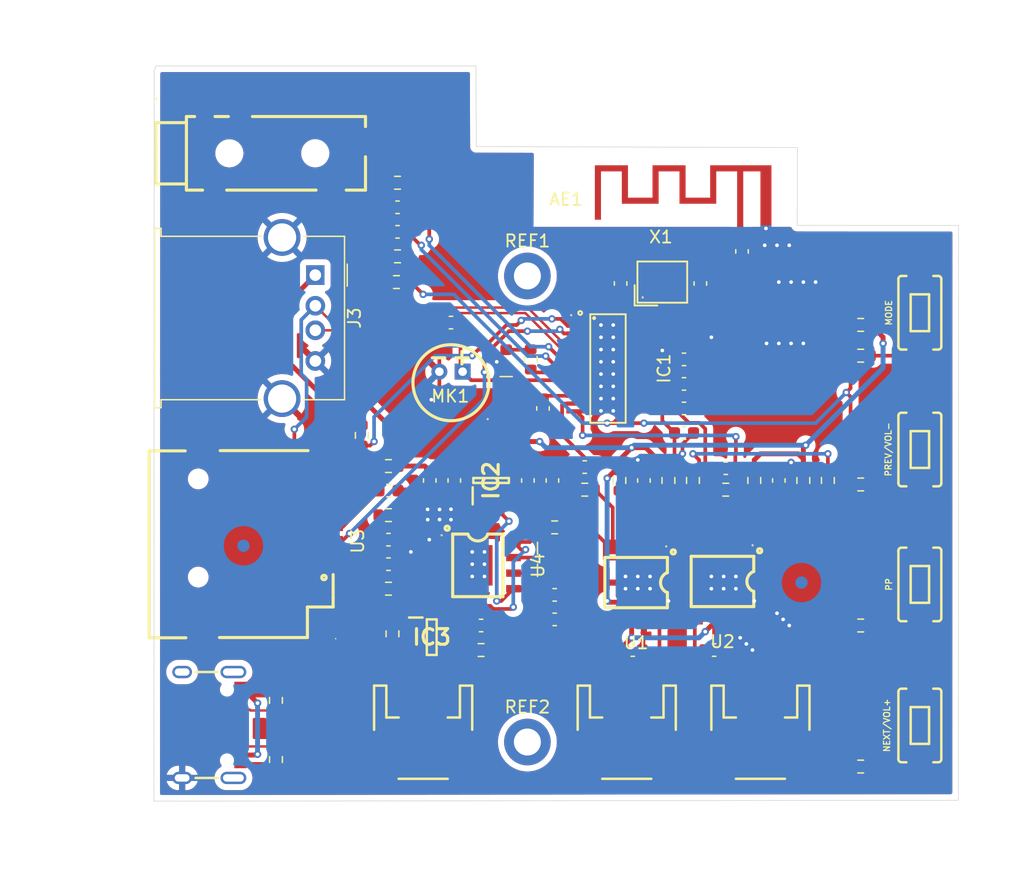
<source format=kicad_pcb>
(kicad_pcb (version 20241229) (generator "pcbnew") (generator_version "9.0")
  (layers (0 "F.Cu" signal) (2 "B.Cu" signal) (13 "F.Paste" user) (15 "B.Paste" user) (5 "F.SilkS" user "F.Silkscreen") (7 "B.SilkS" user "B.Silkscreen") (1 "F.Mask" user) (3 "B.Mask" user) (25 "Edge.Cuts" user))
  (net 0 "")
  (net 1 "Net-(IC1-VCOM)")
  (net 2 "GND")
  (net 3 "/MUTE")
  (net 4 "/BAT+")
  (net 5 "/+3.3V")
  (net 6 "Net-(IC1-BT_AVDD)")
  (net 7 "Net-(AE1-A)")
  (net 8 "Net-(IC1-BT_RF)")
  (net 9 "Net-(U3-VDD)")
  (net 10 "/MIC")
  (net 11 "/AUXR")
  (net 12 "Net-(C9-Pad2)")
  (net 13 "/AUXL")
  (net 14 "Net-(C10-Pad2)")
  (net 15 "/BT_OSCO")
  (net 16 "/BT_OSCI")
  (net 17 "Net-(U1-BYPASS)")
  (net 18 "/DACL")
  (net 19 "Net-(C15-Pad2)")
  (net 20 "/DACR")
  (net 21 "Net-(C16-Pad2)")
  (net 22 "Net-(U2-BYPASS)")
  (net 23 "/BAT-")
  (net 24 "Net-(IC3-VDD)")
  (net 25 "Net-(U4-CE)")
  (net 26 "Net-(D1-A)")
  (net 27 "Net-(D2-A)")
  (net 28 "/LED2")
  (net 29 "/LED3")
  (net 30 "/CMD")
  (net 31 "/RXD")
  (net 33 "/ADKEY")
  (net 34 "/TXD")
  (net 35 "/LED")
  (net 36 "/CLK")
  (net 38 "Net-(IC3-V-)")
  (net 44 "/VBUS")
  (net 45 "Net-(J6-CC2)")
  (net 55 "Net-(J6-CC1)")
  (net 58 "Net-(R3-Pad1)")
  (net 59 "Net-(R4-Pad1)")
  (net 60 "Net-(R5-Pad1)")
  (net 61 "Net-(R6-Pad1)")
  (net 62 "/AUX_DET")
  (net 63 "Net-(U3-CD)")
  (net 64 "Net-(R10-Pad2)")
  (net 65 "Net-(R11-Pad2)")
  (net 66 "Net-(U1-SD)")
  (net 67 "Net-(U1-MODE)")
  (net 68 "/LIN")
  (net 69 "/RIN")
  (net 70 "Net-(U2-SD)")
  (net 71 "Net-(U2-MODE)")
  (net 72 "Net-(U4-PROG)")
  (net 76 "/SP1(+)")
  (net 77 "/SP1(-)")
  (net 78 "/SPK2(-)")
  (net 79 "/SPK2(+)")
  (net 80 "/USB+")
  (net 81 "/USB-")
  (footprint "PCM_SparkFun-Capacitor:C_0603_1608Metric" (layer "F.Cu") (at 155.420715 85.802519)
    (property "Reference" "C2")
    (property "Value" "222")
  )
  (footprint "Fiducial:Fiducial_1mm_Mask3mm" (layer "F.Cu") (at 169.5 72)
    (property "Reference" "REF1")
    (property "Value" "Fiducial_1mm_Mask3mm")
  )
  (footprint "PCM_SparkFun-Resistor:R_0603_1608Metric" (layer "F.Cu") (at 169.825 101.5 180)
    (property "Reference" "R5")
    (property "Value" "15K")
  )
  (footprint "PCM_SparkFun-Resistor:R_0603_1608Metric" (layer "F.Cu") (at 132.061474 65.400051)
    (property "Reference" "R10")
    (property "Value" "10R")
  )
  (footprint "PCM_SparkFun-Resistor:R_0603_1608Metric" (layer "F.Cu") (at 169.825 79.5 180)
    (property "Reference" "R3")
    (property "Value" "0R")
  )
  (footprint "PCM_SparkFun-Capacitor:C_0603_1608Metric" (layer "F.Cu") (at 155.420715 79.802519)
    (property "Reference" "C5")
    (property "Value" "105")
  )
  (footprint "PCM_SparkFun-Resistor:R_0603_1608Metric" (layer "F.Cu") (at 156.15 89.675 -90)
    (property "Reference" "R13")
    (property "Value" "1K")
  )
  (footprint "PCM_SparkFun-Capacitor:C_0603_1608Metric" (layer "F.Cu") (at 152.15 89.675 -90)
    (property "Reference" "C13")
    (property "Value" "105")
  )
  (footprint "PCM_SparkFun-Resistor:R_0603_1608Metric" (layer "F.Cu") (at 154.15 89.675 -90)
    (property "Reference" "R12")
    (property "Value" "100K")
  )
  (footprint "PCM_SparkFun-Capacitor:C_0603_1608Metric" (layer "F.Cu") (at 131.325 94.5 180)
    (property "Reference" "C27")
    (property "Value" "100nF")
  )
  (footprint "PCM_SparkFun-Capacitor:C_0603_1608Metric" (layer "F.Cu") (at 144.875 101)
    (property "Reference" "C25")
    (property "Value" "10uF")
  )
  (footprint "PCM_SparkFun-Capacitor:C_0603_1608Metric" (layer "F.Cu") (at 155.420715 83.802519)
    (property "Reference" "C3")
    (property "Value" "105")
  )
  (footprint "SamacSys_Parts:SOT95P270X145-5N" (layer "F.Cu") (at 139.689999 89.675 90)
    (property "Reference" "IC2")
    (property "Value" "ME6211C33M5G-N" (hide yes))
  )
  (footprint "PCM_SparkFun-Capacitor:C_0603_1608Metric" (layer "F.Cu") (at 136.689999 89.675 90)
    (property "Reference" "C21")
    (property "Value" "10uF")
  )
  (footprint "MountingHole:MountingHole_2.2mm_M2_DIN965_Pad" (layer "F.Cu") (at 142.65 111)
    (property "Reference" "REF2")
    (property "Value" "MountingHole_2.2mm_M2_DIN965_Pad")
  )
  (footprint "PCM_SparkFun-LED:LED_0603_1608Metric_Red" (layer "F.Cu") (at 144.875 95.21)
    (property "Reference" "D2")
    (property "Value" "RLED")
  )
  (footprint "My_footprint_lib:ESOP-8_L4.9-W3.9-P1.27-LS6.0-BL-EP" (layer "F.Cu") (at 158.555004 97.908306 180)
    (property "Reference" "U2")
    (property "Value" "LTK5128D")
  )
  (footprint "PCM_SparkFun-Switch:Push_SMD_6x3.5mm" (layer "F.Cu") (at 174.65 87.15 -90)
    (property "Reference" "SW2")
    (property "Value" "PREV/VOL-")
  )
  (footprint "PCM_SparkFun-Capacitor:C_0603_1608Metric" (layer "F.Cu") (at 142.689999 89.675 -90)
    (property "Reference" "C19")
    (property "Value" "10uF")
  )
  (footprint "PCM_SparkFun-Capacitor:C_0603_1608Metric" (layer "F.Cu") (at 131.325 90.5)
    (property "Reference" "C7")
    (property "Value" "106")
  )
  (footprint "PCM_SparkFun-Resistor:R_0603_1608Metric" (layer "F.Cu") (at 144.875 93.5)
    (property "Reference" "R24")
    (property "Value" "10k")
  )
  (footprint "PCM_SparkFun-Switch:Push_SMD_6x3.5mm" (layer "F.Cu") (at 174.65 76 -90)
    (property "Reference" "SW1")
    (property "Value" "MODE")
  )
  (footprint "PCM_SparkFun-Resistor:R_0603_1608Metric" (layer "F.Cu") (at 131.325 92.5 180)
    (property "Reference" "R22")
    (property "Value" "1.2K")
  )
  (footprint "PCM_SparkFun-LED:LED_0603_1608Metric_Green" (layer "F.Cu") (at 144.875 97)
    (property "Reference" "D3")
    (property "Value" "GLED")
  )
  (footprint "PCM_SparkFun-Capacitor:C_0603_1608Metric" (layer "F.Cu") (at 132.061474 67.400051 180)
    (property "Reference" "C9")
    (property "Value" "106")
  )
  (footprint "PCM_SparkFun-Capacitor:C_0603_1608Metric" (layer "F.Cu") (at 160.15 71 90)
    (property "Reference" "C6")
    (property "Value" "2.7pF")
  )
  (footprint "PCM_SparkFun-LED:LED_0603_1608Metric_Blue" (layer "F.Cu") (at 140.920715 79.802519 90)
    (property "Reference" "D1")
    (property "Value" "Blue")
  )
  (footprint "MountingHole:MountingHole_2.2mm_M2_DIN965_Pad" (layer "F.Cu") (at 142.65 73)
    (property "Reference" "REF1")
    (property "Value" "MountingHole_2.2mm_M2_DIN965_Pad")
  )
  (footprint "PCM_SparkFun-Resistor:R_0603_1608Metric" (layer "F.Cu") (at 147.325 90.425)
    (property "Reference" "R15")
    (property "Value" "47K")
  )
  (footprint "PCM_SparkFun-Resistor:R_0603_1608Metric" (layer "F.Cu") (at 138.875 103.5)
    (property "Reference" "R21")
    (property "Value" "100R")
  )
  (footprint "Connector_USB:USB_A_Molex_67643_Horizontal" (layer "F.Cu") (at 125.36 72.93 -90)
    (property "Reference" "J3")
    (property "Value" "USB_A")
  )
  (footprint "My_footprint_lib:ESOP-8_L4.9-W3.9-P1.27-LS6.0-BL-EP" (layer "F.Cu") (at 151.514999 98 180)
    (property "Reference" "U1")
    (property "Value" "LTK5128D")
  )
  (footprint "PCM_SparkFun-Resistor:R_0603_1608Metric" (layer "F.Cu") (at 169.825 113 180)
    (property "Reference" "R6")
    (property "Value" "24K")
  )
  (footprint "PCM_SparkFun-Switch:Push_SMD_6x3.5mm" (layer "F.Cu") (at 174.65 98.15 -90)
    (property "Reference" "SW3")
    (property "Value" "PP")
  )
  (footprint "PCM_SparkFun-Resistor:R_0603_1608Metric" (layer "F.Cu") (at 132.061474 71.400051 180)
    (property "Reference" "R11")
    (property "Value" "10R")
  )
  (footprint "PCM_SparkFun-Capacitor:C_0603_1608Metric" (layer "F.Cu") (at 147.325 88.583306 180)
    (property "Reference" "C15")
    (property "Value" "683")
  )
  (footprint "PCM_SparkFun-Capacitor:C_0603_1608Metric" (layer "F.Cu") (at 150.250076 73.614173 90)
    (property "Reference" "C11")
    (property "Value" "20pF")
  )
  (footprint "My_footprint_lib:MIC-TH_BD6.0-P1.90-D0.4-L" (layer "F.Cu") (at 136.420715 80.802519 180)
    (property "Reference" "MK1")
    (property "Value" "Microphone")
  )
  (footprint "Fiducial:Fiducial_1mm_Mask3mm" (layer "F.Cu") (at 126 110.5)
    (property "Reference" "REF2")
    (property "Value" "Fiducial_1mm_Mask3mm")
  )
  (footprint "PCM_SparkFun-Capacitor:C_0603_1608Metric" (layer "F.Cu") (at 131.325 96.5)
    (property "Reference" "C26")
    (property "Value" "10uF")
  )
  (footprint "PCM_SparkFun-Resistor:R_0603_1608Metric" (layer "F.Cu") (at 131.975 73.5)
    (property "Reference" "R7")
    (property "Value" "220K")
  )
  (footprint "PCM_SparkFun-Resistor:R_0603_1608Metric" (layer "F.Cu") (at 158.825 90.425)
    (property "Reference" "R16")
    (property "Value" "47K")
  )
  (footprint "PCM_SparkFun-Switch:Push_SMD_6x3.5mm" (layer "F.Cu") (at 174.65 109.65 -90)
    (property "Reference" "SW4")
    (property "Value" "NEXT/VOL+")
  )
  (footprint "SamacSys_Parts:SOT95P290X124-6N" (layer "F.Cu") (at 134.85 102.45)
    (property "Reference" "IC3")
    (property "Value" "DW06D" (hide yes))
  )
  (footprint "My_footprint_lib:QSOP-24_L8.7-W3.9-P0.64-LS6.0-BL" (layer "F.Cu") (at 149.219977 80.547498 -90)
    (property "Reference" "IC1")
    (property "Value" "AC6965A")
  )
  (footprint "PCM_SparkFun-Capacitor:C_0603_1608Metric" (layer "F.Cu") (at 136.420715 76.802519)
    (property "Reference" "C8")
    (property "Value" "NC")
  )
  (footprint "PCM_SparkFun-Resistor:R_0603_1608Metric" (layer "F.Cu") (at 122.15 112.428 -90)
    (property "Reference" "R25")
    (property "Value" "5.1K")
  )
  (footprint "PCM_SparkFun-Capacitor:C_0603_1608Metric" (layer "F.Cu") (at 143.920715 83.802519 90)
    (property "Reference" "C1")
    (property "Value" "105")
  )
  (footprint "PCM_SparkFun-Resistor:R_0603_1608Metric" (layer "F.Cu") (at 150.15 89.675 -90)
    (property "Reference" "R14")
    (property "Value" "10K")
  )
  (footprint "PCM_SparkFun-Capacitor:C_0603_1608Metric" (layer "F.Cu") (at 163.15 89.675 -90)
    (property "Reference" "C17")
    (property "Value" "105")
  )
  (footprint "My_footprint_lib:ESOP-8_L4.9-W3.9-P1.27-LS6.0-BL-EP" (layer "F.Cu") (at 138.608306 96.594996 -90)
    (property "Reference" "U4")
    (property "Value" "TP4056-42-ESOP8")
  )
  (footprint "PCM_SparkFun-Connector:USB-C_16" (layer "F.Cu") (at 119.595 109.61 -90)
    (property "Reference" "J6")
    (property "Value" "USB_C_Receptacle")
  )
  (footprint "PCM_SparkFun-Resistor:R_0603_1608Metric" (layer "F.Cu") (at 167.15 89.675 -90)
    (property "Reference" "R17")
    (property "Value" "1K")
  )
  (footprint "PCM_SparkFun-Resistor:R_0603_1608Metric" (layer "F.Cu") (at 161.15 89.675 -90)
    (property "Reference" "R19")
    (property "Value" "10K")
  )
  (footprint "PCM_SparkFun-Connector:JST_1x02_P2.0mm_Horizontal_SMD" (layer "F.Cu") (at 161.65 111 180)
    (property "Reference" "J5")
    (property "Value" "Speaker 2")
  )
  (footprint "PCM_SparkFun-Capacitor:C_0603_1608Metric" (layer "F.Cu") (at 158.825 88.675 180)
    (property "Reference" "C16")
    (property "Value" "683")
  )
  (footprint "PCM_SparkFun-Capacitor:C_0603_1608Metric" (layer "F.Cu") (at 144.875 99)
    (property "Reference" "C24")
    (property "Value" "100nF")
  )
  (footprint "My_footprint_lib:AUDIO-SMD_PJ-328-5A" (layer "F.Cu") (at 123.700038 63 90)
    (property "Reference" "U5")
    (property "Value" "PJ-328-5A")
  )
  (footprint "PCM_SparkFun-Capacitor:C_0603_1608Metric" (layer "F.Cu") (at 132.061474 69.400051 180)
    (property "Reference" "C10")
    (property "Value" "106")
  )
  (footprint "PCM_SparkFun-Capacitor:C_0603_1608Metric" (layer "F.Cu") (at 144.689999 89.675 -90)
    (property "Reference" "C20")
    (property "Value" "100nF")
  )
  (footprint "PCM_SparkFun-Resistor:R_0603_1608Metric" (layer "F.Cu") (at 131.325 88.5 180)
    (property "Reference" "R8")
    (property "Value" "2.2R")
  )
  (footprint "PCM_SparkFun-Resistor:R_0603_1608Metric" (layer "F.Cu") (at 129.15 86 90)
    (property "Reference" "R9")
    (property "Value" "3.3K")
  )
  (footprint "PCM_SparkFun-Resistor:R_0603_1608Metric" (layer "F.Cu") (at 169.825 90 180)
    (property "Reference" "R4")
    (property "Value" "9.1K")
  )
  (footprint "My_footprint_lib:CRYSTAL-SMD_4P-L3.2-W2.5-BL" (layer "F.Cu") (at 153.65 73.5)
    (property "Reference" "X1")
    (property "Value" "X322524MOB4SI")
  )
  (footprint "RF_Antenna:Texas_SWRA117D_2.4GHz_Left" (layer "F.Cu") (at 160 69.125)
    (property "Reference" "AE1")
    (property "Value" "Antenna")
  )
  (footprint "PCM_SparkFun-Capacitor:C_0603_1608Metric" (layer "F.Cu") (at 138.875 101.5)
    (property "Reference" "C23")
    (property "Value" "100nF")
  )
  (footprint "PCM_SparkFun-Capacitor:C_0603_1608Metric" (layer "F.Cu") (at 151.239999 103.5)
    (property "Reference" "C14")
    (property "Value" "106")
  )
  (footprint "PCM_SparkFun-Resistor:R_0603_1608Metric" (layer "F.Cu") (at 169.825 76.99 180)
    (property "Reference" "R2")
    (property "Value" "22K")
  )
  (footprint "PCM_SparkFun-Connector:JST_1x02_P2.0mm_Horizontal_SMD" (layer "F.Cu") (at 134.15 111 180)
    (property "Reference" "J7")
    (property "Value" "BAT")
  )
  (footprint "PCM_SparkFun-Capacitor:C_0603_1608Metric" (layer "F.Cu") (at 134.689999 89.675 90)
    (property "Reference" "C22")
    (property "Value" "100nF")
  )
  (footprint "PCM_SparkFun-Resistor:R_0603_1608Metric" (layer "F.Cu") (at 131.325 98.5)
    (property "Reference" "R23")
    (property "Value" "250mR")
  )
  (footprint "PCM_SparkFun-Resistor:R_0603_1608Metric" (layer "F.Cu") (at 122.15 107.603 -90)
    (property "Reference" "R26")
    (property "Value" "5.1K")
  )
  (footprint "PCM_SparkFun-Capacitor:C_0603_1608Metric" (layer "F.Cu") (at 156.750076 73.614173 90)
    (property "Reference" "C12")
    (property "Value" "20pF")
  )
  (footprint "PCM_SparkFun-Resistor:R_0603_1608Metric" (layer "F.Cu") (at 165.15 89.675 -90)
    (property "Reference" "R18")
    (property "Value" "100K")
  )
  (footprint "PCM_SparkFun-Resistor:R_0603_1608Metric" (layer "F.Cu") (at 131.65 102.175 -90)
    (property "Reference" "R20")
    (property "Value" "1K")
  )
  (footprint "My_footprint_lib:TF-SMD_TF-PUSH" (layer "F.Cu") (at 121.513538 94.5 -90)
    (property "Reference" "U3")
    (property "Value" "TF_PUSH")
  )
  (footprint "PCM_SparkFun-Capacitor:C_0603_1608Metric" (layer "F.Cu") (at 157.875 103.5)
    (property "Reference" "C18")
    (property "Value" "106")
  )
  (footprint "PCM_SparkFun-Resistor:R_0603_1608Metric" (layer "F.Cu") (at 142.920715 79.802519 -90)
    (property "Reference" "R1")
    (property "Value" "1K")
  )
  (footprint "PCM_SparkFun-Capacitor:C_0603_1608Metric" (layer "F.Cu") (at 155.420715 81.802519)
    (property "Reference" "C4")
    (property "Value" "105")
  )
  (footprint "PCM_SparkFun-Connector:JST_1x02_P2.0mm_Horizontal_SMD" (layer "F.Cu") (at 150.75 111 180)
    (property "Reference" "J4")
    (property "Value" "Speaker 1")
  )
  (footprint "Fiducial:Fiducial_1mm_Mask3mm" (layer "B.Cu") (at 165 98 180)
    (property "Reference" "REF3")
    (property "Value" "Fiducial_1mm_Mask3mm")
  )
  (footprint "Fiducial:Fiducial_1mm_Mask3mm" (layer "B.Cu") (at 119.5 95 180)
    (property "Reference" "REF4")
    (property "Value" "Fiducial_1mm_Mask3mm")
  )
  (gr_poly (pts (xy 112.36 55.88) (xy 138.46 55.88) (xy 138.48 62.45) (xy 164.67 62.53) (xy 164.65 68.87) (xy 177.8 68.88) (xy 177.79 115.75) (xy 112.2 115.82) (xy 112.22 56.3)) (stroke (width 0.05)) (fill no) (layer "Edge.Cuts"))
  (segment (start 146.65 82.770002) (end 144.178232 82.770002) (width 0.3) (layer "F.Cu") (net 1))
  (segment (start 144.178232 82.770002) (end 143.920715 83.027519) (width 0.3) (layer "F.Cu") (net 1))
  (segment (start 119.255 106.385) (end 119.765 106.385) (width 0.4) (layer "F.Cu") (net 2))
  (segment (start 135.470753 82.439247) (end 134.82 83.09) (width 0.3) (layer "F.Cu") (net 2))
  (segment (start 119.400064 102.250064) (end 116.213563 102.250064) (width 0.4) (layer "F.Cu") (net 2))
  (segment (start 138.214999 89.824) (end 139.688999 89.824) (width 0.4) (layer "F.Cu") (net 2))
  (segment (start 132.2 102.45) (end 133.55 102.45) (width 0.4) (layer "F.Cu") (net 2))
  (segment (start 134.65 94.5) (end 135.510008 94.5) (width 0.4) (layer "F.Cu") (net 2))
  (segment (start 156.195715 79.802519) (end 156.347481 79.802519) (width 0.3) (layer "F.Cu") (net 2))
  (segment (start 163.45 88.9) (end 164.15 88.2) (width 0.3) (layer "F.Cu") (net 2))
  (segment (start 120.65 105.5) (end 120.65 103.5) (width 0.4) (layer "F.Cu") (net 2))
  (segment (start 131.65 103) (end 132.2 102.45) (width 0.4) (layer "F.Cu") (net 2))
  (segment (start 135.470753 80.802519) (end 135.470753 82.439247) (width 0.3) (layer "F.Cu") (net 2))
  (segment (start 156.195715 79.802519) (end 156.195715 79.454285) (width 0.3) (layer "F.Cu") (net 2))
  (segment (start 152.15 88.9) (end 152.15 88.5) (width 0.3) (layer "F.Cu") (net 2))
  (segment (start 140.920715 80.590019) (end 140.740019 80.590019) (width 0.3) (layer "F.Cu") (net 2))
  (segment (start 132.1 96.5) (end 132.15 96.5) (width 0.4) (layer "F.Cu") (net 2))
  (segment (start 160.206617 99.5) (end 161.15 99.5) (width 0.3) (layer "F.Cu") (net 2))
  (segment (start 155.295715 86.702519) (end 155.295715 87.5) (width 0.3) (layer "F.Cu") (net 2))
  (segment (start 159.190005 100.816612) (end 159.190005 100.516612) (width 0.3) (layer "F.Cu") (net 2))
  (segment (start 135.470753 76.977481) (end 135.645715 76.802519) (width 0.3) (layer "F.Cu") (net 2))
  (segment (start 135.470753 80.802519) (end 135.470753 76.977481) (width 0.3) (layer "F.Cu") (net 2))
  (segment (start 120.65 103.5) (end 119.400064 102.250064) (width 0.4) (layer "F.Cu") (net 2))
  (segment (start 152.15 88.5) (end 151.65 88) (width 0.3) (layer "F.Cu") (net 2))
  (segment (start 162.15 70.35) (end 162 70.5) (width 0.3) (layer "F.Cu") (net 2))
  (segment (start 162.1 69.125) (end 162.1 70.4) (width 0.5) (layer "F.Cu") (net 2))
  (segment (start 153.129998 79.594742) (end 153.65 79.07474) (width 0.3) (layer "F.Cu") (net 2))
  (segment (start 136.689999 90.45) (end 137.588999 90.45) (width 0.4) (layer "F.Cu") (net 2))
  (segment (start 139.688999 89.824) (end 139.689999 89.825) (width 0.4) (layer "F.Cu") (net 2))
  (segment (start 119.255 112.835) (end 121.732 112.835) (width 0.4) (layer "F.Cu") (net 2))
  (segment (start 159.190005 100.516612) (end 160.206617 99.5) (width 0.3) (layer "F.Cu") (net 2))
  (segment (start 137.588999 90.45) (end 138.214999 89.824) (width 0.4) (layer "F.Cu") (net 2))
  (segment (start 156.195715 85.802519) (end 155.295715 86.702519) (width 0.3) (layer "F.Cu") (net 2))
  (segment (start 153.15 99.5) (end 154.15 99.5) (width 0.3) (layer "F.Cu") (net 2))
  (segment (start 119.765 106.385) (end 120.65 105.5) (width 0.4) (layer "F.Cu") (net 2))
  (segment (start 140.740019 80.590019) (end 140.15 80) (width 0.3) (layer "F.Cu") (net 2))
  (segment (start 156.195715 79.454285) (end 157.65 78) (width 0.3) (layer "F.Cu") (net 2))
  (segment (start 152.15 100.908306) (end 152.15 100.5) (width 0.3) (layer "F.Cu") (net 2))
  (segment (start 152.15 100.5) (end 153.15 99.5) (width 0.3) (layer "F.Cu") (net 2))
  (segment (start 146.65 82.135001) (end 148.514999 82.135001) (width 0.3) (layer "F.Cu") (net 2))
  (segment (start 135.510008 94.5) (end 135.7 94.689992) (width 0.4) (layer "F.Cu") (net 2))
  (segment (start 163.15 88.9) (end 163.45 88.9) (width 0.3) (layer "F.Cu") (net 2))
  (segment (start 162.1 70.4) (end 162 70.5) (width 0.5) (layer "F.Cu") (net 2))
  (segment (start 148.514999 82.135001) (end 148.65 82) (width 0.3) (layer "F.Cu") (net 2))
  (segment (start 139.689999 89.825) (end 139.689999 90.925) (width 0.4) (layer "F.Cu") (net 2))
  (segment (start 121.732 112.835) (end 122.15 113.253) (width 0.4) (layer "F.Cu") (net 2))
  (segment (start 132.15 96.5) (end 133.15 95.5) (width 0.4) (layer "F.Cu") (net 2))
  (segment (start 151.789954 79.594742) (end 153.129998 79.594742) (width 0.3) (layer "F.Cu") (net 2))
  (via (at 133.15 95.5) (size 0.6) (drill 0.3) (layers "F.Cu" "B.Cu") (net 2))
  (via (at 148.65 79) (size 0.7) (drill 0.3) (layers "F.Cu" "B.Cu") (net 2))
  (via (at 157.65 78) (size 0.6) (drill 0.3) (layers "F.Cu" "B.Cu") (net 2))
  (via (at 163 70.5) (size 0.6) (drill 0.3) (layers "F.Cu" "B.Cu") (net 2))
  (via (at 153.65 79.07474) (size 0.6) (drill 0.3) (layers "F.Cu" "B.Cu") (net 2))
  (via (at 162 70.5) (size 0.6) (drill 0.3) (layers "F.Cu" "B.Cu") (net 2))
  (via (at 160.5 103) (size 0.6) (drill 0.3) (layers "F.Cu" "B.Cu") (net 2))
  (via (at 136.42 92.87) (size 0.7) (drill 0.3) (layers "F.Cu" "B.Cu") (net 2))
  (via (at 148.65 82) (size 0.7) (drill 0.3) (layers "F.Cu" "B.Cu") (net 2))
  (via (at 148.65 83) (size 0.7) (drill 0.3) (layers "F.Cu" "B.Cu") (net 2))
  (via (at 136.42 92.02) (size 0.7) (drill 0.3) (layers "F.Cu" "B.Cu") (net 2))
  (via (at 138.15 97.5) (size 0.7) (drill 0.3) (layers "F.Cu" "B.Cu") (net 2))
  (via (at 139.15 95.5) (size 0.7) (drill 0.3) (layers "F.Cu" "B.Cu") (net 2))
  (via (at 149.65 81) (size 0.7) (drill 0.3) (layers "F.Cu" "B.Cu") (net 2))
  (via (at 159.65 97.5) (size 0.7) (drill 0.3) (layers "F.Cu" "B.Cu") (net 2))
  (via (at 165.15 78.5) (size 0.6) (drill 0.3) (layers "F.Cu" "B.Cu") (net 2))
  (via (at 163.15 78.5) (size 0.6) (drill 0.3) (layers "F.Cu" "B.Cu") (net 2))
  (via (at 151.65 97.5) (size 0.7) (drill 0.3) (layers "F.Cu" "B.Cu") (net 2))
  (via (at 149.65 78) (size 0.7) (drill 0.3) (layers "F.Cu" "B.Cu") (net 2))
  (via (at 134.82 83.09) (size 0.7) (drill 0.3) (layers "F.Cu" "B.Cu") (net 2))
  (via (at 158.65 98.5) (size 0.7) (drill 0.3) (layers "F.Cu" "B.Cu") (net 2))
  (via (at 149.65 80) (size 0.7) (drill 0.3) (layers "F.Cu" "B.Cu") (net 2))
  (via (at 163.15 73.5) (size 0.6) (drill 0.3) (layers "F.Cu" "B.Cu") (net 2))
  (via (at 161 103.5) (size 0.6) (drill 0.3) (layers "F.Cu" "B.Cu") (net 2))
  (via (at 166.15 73.5) (size 0.6) (drill 0.3) (layers "F.Cu" "B.Cu") (net 2))
  (via (at 135.49 92.04) (size 0.7) (drill 0.3) (layers "F.Cu" "B.Cu") (net 2))
  (via (at 160 102.5) (size 0.6) (drill 0.3) (layers "F.Cu" "B.Cu") (net 2))
  (via (at 139.15 97.5) (size 0.7) (drill 0.3) (layers "F.Cu" "B.Cu") (net 2))
  (via (at 164.15 73.5) (size 0.6) (drill 0.3) (layers "F.Cu" "B.Cu") (net 2))
  (via (at 155.295715 87.5) (size 0.6) (drill 0.3) (layers "F.Cu" "B.Cu") (net 2))
  (via (at 149.65 84) (size 0.7) (drill 0.3) (layers "F.Cu" "B.Cu") (net 2))
  (via (at 134.52 92.87) (size 0.7) (drill 0.3) (layers "F.Cu" "B.Cu") (net 2))
  (via (at 151.65 98.5) (size 0.7) (drill 0.3) (layers "F.Cu" "B.Cu") (net 2))
  (via (at 154.15 99.5) (size 0.6) (drill 0.3) (layers "F.Cu" "B.Cu") (net 2))
  (via (at 138.15 96.5) (size 0.7) (drill 0.3) (layers "F.Cu" "B.Cu") (net 2))
  (via (at 135.49 92.86) (size 0.7) (drill 0.3) (layers "F.Cu" "B.Cu") (net 2))
  (via (at 139.15 96.5) (size 0.7) (drill 0.3) (layers "F.Cu" "B.Cu") (net 2))
  (via (at 164 101.5) (size 0.6) (drill 0.3) (layers "F.Cu" "B.Cu") (net 2))
  (via (at 138.15 95.5) (size 0.7) (drill 0.3) (layers "F.Cu" "B.Cu") (net 2))
  (via (at 165.15 73.5) (size 0.6) (drill 0.3) (layers "F.Cu" "B.Cu") (net 2))
  (via (at 149.65 79) (size 0.7) (drill 0.3) (layers "F.Cu" "B.Cu") (net 2))
  (via (at 140.15 80) (size 0.6) (drill 0.3) (layers "F.Cu" "B.Cu") (net 2))
  (via (at 148.65 78) (size 0.7) (drill 0.3) (layers "F.Cu" "B.Cu") (net 2))
  (via (at 164.15 78.5) (size 0.6) (drill 0.3) (layers "F.Cu" "B.Cu") (net 2))
  (via (at 157.65 97.5) (size 0.7) (drill 0.3) (layers "F.Cu" "B.Cu") (net 2))
  (via (at 149.65 82) (size 0.7) (drill 0.3) (layers "F.Cu" "B.Cu") (net 2))
  (via (at 152.65 98.5) (size 0.7) (drill 0.3) (layers "F.Cu" "B.Cu") (net 2))
  (via (at 152.65 97.5) (size 0.7) (drill 0.3) (layers "F.Cu" "B.Cu") (net 2))
  (via (at 134.65 94.5) (size 0.6) (drill 0.3) (layers "F.Cu" "B.Cu") (net 2))
  (via (at 158.65 97.5) (size 0.7) (drill 0.3) (layers "F.Cu" "B.Cu") (net 2))
  (via (at 157.65 98.5) (size 0.7) (drill 0.3) (layers "F.Cu" "B.Cu") (net 2))
  (via (at 150.65 97.5) (size 0.7) (drill 0.3) (layers "F.Cu" "B.Cu") (net 2))
  (via (at 148.65 77) (size 0.7) (drill 0.3) (layers "F.Cu" "B.Cu") (net 2))
  (via (at 134.51 92.03) (size 0.7) (drill 0.3) (layers "F.Cu" "B.Cu") (net 2))
  (via (at 151.65 88) (size 0.6) (drill 0.3) (layers "F.Cu" "B.Cu") (net 2))
  (via (at 159.65 98.5) (size 0.7) (drill 0.3) (layers "F.Cu" "B.Cu") (net 2))
  (via (at 148.65 81) (size 0.7) (drill 0.3) (layers "F.Cu" "B.Cu") (net 2))
  (via (at 148.65 84) (size 0.7) (drill 0.3) (layers "F.Cu" "B.Cu") (net 2))
  (via (at 148.65 80) (size 0.7) (drill 0.3) (layers "F.Cu" "B.Cu") (net 2))
  (via (at 150.65 98.5) (size 0.7) (drill 0.3) (layers "F.Cu" "B.Cu") (net 2))
  (via (at 163 100.5) (size 0.6) (drill 0.3) (layers "F.Cu" "B.Cu") (net 2))
  (via (at 149.65 83) (size 0.7) (drill 0.3) (layers "F.Cu" "B.Cu") (net 2))
  (via (at 162.15 78.5) (size 0.6) (drill 0.3) (layers "F.Cu" "B.Cu") (net 2))
  (via (at 164 70.5) (size 0.6) (drill 0.3) (layers "F.Cu" "B.Cu") (net 2))
  (via (at 149.65 77) (size 0.7) (drill 0.3) (layers "F.Cu" "B.Cu") (net 2))
  (via (at 163.5 101) (size 0.6) (drill 0.3) (layers "F.Cu" "B.Cu") (net 2))
  (via (at 164.15 88.2) (size 0.6) (drill 0.3) (layers "F.Cu" "B.Cu") (net 2))
  (via (at 161.15 99.5) (size 0.6) (drill 0.3) (layers "F.Cu" "B.Cu") (net 2))
  (segment (start 160.5 103) (end 161.5 103) (width 0.5) (layer "B.Cu") (net 2))
  (segment (start 165.15 77.5) (end 165.15 73.5) (width 0.5) (layer "B.Cu") (net 2))
  (segment (start 133.65 95.5) (end 134.65 94.5) (width 0.4) (layer "B.Cu") (net 2))
  (segment (start 133.15 95.5) (end 133.65 95.5) (width 0.4) (layer "B.Cu") (net 2))
  (segment (start 162 103.5) (end 164 101.5) (width 0.5) (layer "B.Cu") (net 2))
  (segment (start 162.15 78.5) (end 163.15 77.5) (width 0.5) (layer "B.Cu") (net 2))
  (segment (start 163.15 78.5) (end 164.15 77.5) (width 0.5) (layer "B.Cu") (net 2))
  (segment (start 163.15 77.5) (end 163.15 73.5) (width 0.5) (layer "B.Cu") (net 2))
  (segment (start 165.15 78.5) (end 166.15 77.5) (width 0.5) (layer "B.Cu") (net 2))
  (segment (start 164.15 77.5) (end 164.15 73.5) (width 0.5) (layer "B.Cu") (net 2))
  (segment (start 166.15 77.5) (end 166.15 73.5) (width 0.5) (layer "B.Cu") (net 2))
  (segment (start 164.15 78.5) (end 165.15 77.5) (width 0.5) (layer "B.Cu") (net 2))
  (segment (start 161 103.5) (end 162 103.5) (width 0.5) (layer "B.Cu") (net 2))
  (segment (start 160 102.5) (end 161 102.5) (width 0.5) (layer "B.Cu") (net 2))
  (segment (start 161 102.5) (end 163 100.5) (width 0.5) (layer "B.Cu") (net 2))
  (segment (start 161.5 103) (end 163.5 101) (width 0.5) (layer "B.Cu") (net 2))
  (segment (start 156.15 87.5) (end 156.65 88) (width 0.3) (layer "F.Cu") (net 3))
  (segment (start 167.15 88.85) (end 167.15 87.5) (width 0.3) (layer "F.Cu") (net 3))
  (segment (start 154.645715 85.802519) (end 153.65 84.806804) (width 0.3) (layer "F.Cu") (net 3))
  (segment (start 155.5 88.85) (end 156.15 88.85) (width 0.3) (layer "F.Cu") (net 3))
  (segment (start 156.65 88.35) (end 156.15 88.85) (width 0.3) (layer "F.Cu") (net 3))
  (segment (start 156.65 88) (end 156.65 88.35) (width 0.3) (layer "F.Cu") (net 3))
  (segment (start 154.645715 87.995715) (end 155.5 88.85) (width 0.3) (layer "F.Cu") (net 3))
  (segment (start 152.836437 82.134747) (end 151.789954 82.134747) (width 0.3) (layer "F.Cu") (net 3))
  (segment (start 154.645715 85.802519) (end 154.645715 87.995715) (width 0.3) (layer "F.Cu") (net 3))
  (segment (start 153.65 84.806804) (end 153.65 82.94831) (width 0.3) (layer "F.Cu") (net 3))
  (segment (start 153.65 82.94831) (end 152.836437 82.134747) (width 0.3) (layer "F.Cu") (net 3))
  (via (at 167.15 87.5) (size 0.6) (drill 0.3) (layers "F.Cu" "B.Cu") (net 3))
  (via (at 156.15 87.5) (size 0.6) (drill 0.3) (layers "F.Cu" "B.Cu") (net 3))
  (segment (start 167.15 87.5) (end 156.15 87.5) (width 0.3) (layer "B.Cu") (net 3))
  (segment (start 154.645715 83.802519) (end 154.645715 83.235505) (width 0.3) (layer "F.Cu") (net 4))
  (segment (start 140.516612 99.5) (end 141.516612 98.5) (width 0.3) (layer "F.Cu") (net 4))
  (segment (start 142.214999 90.925) (end 142.689999 90.45) (width 0.3) (layer "F.Cu") (net 4))
  (segment (start 142.689999 90.45) (end 144.689999 90.45) (width 0.3) (layer "F.Cu") (net 4))
  (segment (start 144.689999 90.45) (end 148.958995 94.718996) (width 0.3) (layer "F.Cu") (net 4))
  (segment (start 144.1 99) (end 144.1 101) (width 0.5) (layer "F.Cu") (net 4))
  (segment (start 148.958995 96.042694) (end 154.071003 96.042694) (width 0.3) (layer "F.Cu") (net 4))
  (segment (start 143.65 101) (end 141.15 103.5) (width 0.5) (layer "F.Cu") (net 4))
  (segment (start 140.639999 92.489999) (end 141.15 93) (width 0.3) (layer "F.Cu") (net 4))
  (segment (start 156.665537 84.976519) (end 155.819715 84.976519) (width 0.3) (layer "F.Cu") (net 4))
  (segment (start 154.071003 96.042694) (end 157.151 92.962697) (width 0.3) (layer "F.Cu") (net 4))
  (segment (start 157.151 92.962697) (end 157.151 85.461982) (width 0.3) (layer "F.Cu") (net 4))
  (segment (start 155.819715 84.976519) (end 154.645715 83.802519) (width 0.3) (layer "F.Cu") (net 4))
  (segment (start 148.958995 94.718996) (end 148.958995 96.042694) (width 0.3) (layer "F.Cu") (net 4))
  (segment (start 135.9 107.3) (end 139.7 103.5) (width 0.5) (layer "F.Cu") (net 4))
  (segment (start 140.639999 90.925) (end 140.639999 92.489999) (width 0.3) (layer "F.Cu") (net 4))
  (segment (start 140.15 92.5) (end 140.639999 92.010001) (width 0.3) (layer "F.Cu") (net 4))
  (segment (start 135.15 107.3) (end 135.9 107.3) (width 0.5) (layer "F.Cu") (net 4))
  (segment (start 141.516612 98.5) (end 143.6 98.5) (width 0.5) (layer "F.Cu") (net 4))
  (segment (start 140.15 99.5) (end 140.516612 99.5) (width 0.3) (layer "F.Cu") (net 4))
  (segment (start 157.151 85.461982) (end 156.665537 84.976519) (width 0.3) (layer "F.Cu") (net 4))
  (segment (start 152.909956 81.499746) (end 151.789954 81.499746) (width 0.3) (layer "F.Cu") (net 4))
  (segment (start 138.739999 92.089999) (end 139.15 92.5) (width 0.3) (layer "F.Cu") (net 4))
  (segment (start 154.645715 83.235505) (end 152.909956 81.499746) (width 0.3) (layer "F.Cu") (net 4))
  (segment (start 141.15 103.5) (end 139.7 103.5) (width 0.5) (layer "F.Cu") (net 4))
  (segment (start 140.639999 92.010001) (end 140.639999 90.925) (width 0.3) (layer "F.Cu") (net 4))
  (segment (start 140.639999 90.925) (end 142.214999 90.925) (width 0.3) (layer "F.Cu") (net 4))
  (segment (start 138.739999 90.925) (end 138.739999 92.089999) (width 0.3) (layer "F.Cu") (net 4))
  (segment (start 143.6 98.5) (end 144.1 99) (width 0.5) (layer "F.Cu") (net 4))
  (segment (start 144.1 101) (end 143.65 101) (width 0.5) (layer "F.Cu") (net 4))
  (segment (start 139.15 92.5) (end 140.15 92.5) (width 0.3) (layer "F.Cu") (net 4))
  (via (at 140.15 99.5) (size 0.6) (drill 0.3) (layers "F.Cu" "B.Cu") (net 4))
  (via (at 141.15 93) (size 0.6) (drill 0.3) (layers "F.Cu" "B.Cu") (net 4))
  (segment (start 141.15 93) (end 140.15 94) (width 0.3) (layer "B.Cu") (net 4))
  (segment (start 140.15 94) (end 140.15 99.5) (width 0.3) (layer "B.Cu") (net 4))
  (segment (start 161.65 87.5) (end 164.725 87.5) (width 0.4) (layer "F.Cu") (net 5))
  (segment (start 149.251 99.601) (end 150.210996 99.601) (width 0.4) (layer "F.Cu") (net 5))
  (segment (start 138.739999 86.910001) (end 139.15 86.5) (width 0.4) (layer "F.Cu") (net 5))
  (segment (start 150.464999 103.185001) (end 151.15 102.5) (width 0.4) (layer "F.Cu") (net 5))
  (segment (start 139.15 86.5) (end 143.65 86.5) (width 0.4) (layer "F.Cu") (net 5))
  (segment (start 125.36 72.93) (end 123.15 75.14) (width 0.4) (layer "F.Cu") (net 5))
  (segment (start 157.920003 102.679997) (end 157.1 103.5) (width 0.4) (layer "F.Cu") (net 5))
  (segment (start 138.264999 88.9) (end 138.739999 88.425) (width 0.4) (layer "F.Cu") (net 5))
  (segment (start 150.879998 100.270002) (end 150.879998 100.908306) (width 0.4) (layer "F.Cu") (net 5))
  (segment (start 123.15 75.14) (end 123.15 80) (width 0.4) (layer "F.Cu") (net 5))
  (segment (start 150.15 88) (end 151.15 87) (width 0.4) (layer "F.Cu") (net 5))
  (segment (start 132.15 88.5) (end 134.289999 88.5) (width 0.4) (layer "F.Cu") (net 5))
  (segment (start 161.15 88) (end 161.65 87.5) (width 0.4) (layer "F.Cu") (net 5))
  (segment (start 157.920003 101.229997) (end 157.920003 100.816612) (width 0.4) (layer "F.Cu") (net 5))
  (segment (start 123.15 80) (end 126.65 83.5) (width 0.4) (layer "F.Cu") (net 5))
  (segment (start 131.301 87.651) (end 132.15 88.5) (width 0.4) (layer "F.Cu") (net 5))
  (segment (start 170.65 76.99) (end 169.824 76.164) (width 0.3) (layer "F.Cu") (net 5))
  (segment (start 154.15 88.85) (end 152.3 87) (width 0.4) (layer "F.Cu") (net 5))
  (segment (start 153.707941 80.864745) (end 151.789954 80.864745) (width 0.3) (layer "F.Cu") (net 5))
  (segment (start 161.130056 76.164) (end 156.317537 80.976519) (width 0.3) (layer "F.Cu") (net 5))
  (segment (start 165.15 86.991364) (end 165.342364 86.799) (width 0.4) (layer "F.Cu") (net 5))
  (segment (start 149.15 99.5) (end 149.251 99.601) (width 0.4) (layer "F.Cu") (net 5))
  (segment (start 157.15 102) (end 157.920003 101.229997) (width 0.4) (layer "F.Cu") (net 5))
  (segment (start 154.645715 81.802519) (end 153.707941 80.864745) (width 0.3) (layer "F.Cu") (net 5))
  (segment (start 151.15 102.5) (end 151.15 101.178308) (width 0.4) (layer "F.Cu") (net 5))
  (segment (start 149.8 88.85) (end 149.15 89.5) (width 0.4) (layer "F.Cu") (net 5))
  (segment (start 171.65 78.5) (end 171.65 77.99) (width 0.4) (layer "F.Cu") (net 5))
  (segment (start 134.689999 88.9) (end 136.689999 88.9) (width 0.4) (layer "F.Cu") (net 5))
  (segment (start 165.15 87.925) (end 165.15 88.85) (width 0.4) (layer "F.Cu") (net 5))
  (segment (start 138.739999 88.425) (end 138.739999 86.910001) (width 0.4) (layer "F.Cu") (net 5))
  (segment (start 131.301 85.151) (end 131.301 87.651) (width 0.4) (layer "F.Cu") (net 5))
  (segment (start 164.725 87.5) (end 165.15 87.925) (width 0.4) (layer "F.Cu") (net 5))
  (segment (start 129.65 83.5) (end 131.301 85.151) (width 0.4) (layer "F.Cu") (net 5))
  (segment (start 169.824 76.164) (end 161.130056 76.164) (width 0.3) (layer "F.Cu") (net 5))
  (segment (start 171.65 77.99) (end 170.65 76.99) (width 0.4) (layer "F.Cu") (net 5))
  (segment (start 157.920003 100.816612) (end 157.920003 102.679997) (width 0.4) (layer "F.Cu") (net 5))
  (segment (start 156.317537 80.976519) (end 155.471715 80.976519) (width 0.3) (layer "F.Cu") (net 5))
  (segment (start 151.15 101.178308) (end 150.879998 100.908306) (width 0.4) (layer "F.Cu") (net 5))
  (segment (start 152.3 87) (end 151.15 87) (width 0.4) (layer "F.Cu") (net 5))
  (segment (start 150.210996 99.601) (end 150.879998 100.270002) (width 0.4) (layer "F.Cu") (net 5))
  (segment (start 126.65 83.5) (end 129.65 83.5) (width 0.4) (layer "F.Cu") (net 5))
  (segment (start 136.689999 88.9) (end 138.264999 88.9) (width 0.4) (layer "F.Cu") (net 5))
  (segment (start 161.15 88.85) (end 161.15 88) (width 0.4) (layer "F.Cu") (net 5))
  (segment (start 134.289999 88.5) (end 134.689999 88.9) (width 0.4) (layer "F.Cu") (net 5))
  (segment (start 150.464999 103.5) (end 150.464999 103.185001) (width 0.4) (layer "F.Cu") (net 5))
  (segment (start 150.15 88.85) (end 149.8 88.85) (width 0.4) (layer "F.Cu") (net 5))
  (segment (start 155.471715 80.976519) (end 154.645715 81.802519) (width 0.3) (layer "F.Cu") (net 5))
  (segment (start 150.15 88.85) (end 150.15 88) (width 0.4) (layer "F.Cu") (net 5))
  (segment (start 165.15 88.85) (end 165.15 86.991364) (width 0.4) (layer "F.Cu") (net 5))
  (via (at 157.15 102) (size 0.6) (drill 0.3) (layers "F.Cu" "B.Cu") (net 5))
  (via (at 171.65 78.5) (size 0.6) (drill 0.3) (layers "F.Cu" "B.Cu") (net 5))
  (via (at 149.15 89.5) (size 0.6) (drill 0.3) (layers "F.Cu" "B.Cu") (net 5))
  (via (at 165.342364 86.799) (size 0.6) (drill 0.3) (layers "F.Cu" "B.Cu") (net 5))
  (via (at 149.15 99.5) (size 0.6) (drill 0.3) (layers "F.Cu" "B.Cu") (net 5))
  (via (at 151.15 102.5) (size 0.6) (drill 0.3) (layers "F.Cu" "B.Cu") (net 5))
  (via (at 143.65 86.5) (size 0.6) (drill 0.3) (layers "F.Cu" "B.Cu") (net 5))
  (via (at 151.15 87) (size 0.6) (drill 0.3) (layers "F.Cu" "B.Cu") (net 5))
  (segment (start 171.65 80.491364) (end 171.65 78.5) (width 0.4) (layer "B.Cu") (net 5))
  (segment (start 143.65 86.5) (end 144.15 87) (width 0.4) (layer "B.Cu") (net 5))
  (segment (start 151.351 86.799) (end 165.342364 86.799) (width 0.4) (layer "B.Cu") (net 5))
  (segment (start 151.15 102.5) (end 156.65 102.5) (width 0.4) (layer "B.Cu") (net 5))
  (segment (start 144.15 87) (end 151.15 87) (width 0.4) (layer "B.Cu") (net 5))
  (segment (start 149.15 89.5) (end 149.15 99.5) (width 0.4) (layer "B.Cu") (net 5))
  (segment (start 156.65 102.5) (end 157.15 102) (width 0.4) (layer "B.Cu") (net 5))
  (segment (start 151.15 87) (end 151.351 86.799) (width 0.4) (layer "B.Cu") (net 5))
  (segment (start 165.342364 86.799) (end 171.65 80.491364) (width 0.4) (layer "B.Cu") (net 5))
  (segment (start 154.645715 79.802519) (end 154.218491 80.229743) (width 0.3) (layer "F.Cu") (net 6))
  (segment (start 154.218491 80.229743) (end 151.789954 80.229743) (width 0.3) (layer "F.Cu") (net 6))
  (segment (start 160.15 69.275) (end 160 69.125) (width 0.5) (layer "F.Cu") (net 7))
  (segment (start 160.15 70.225) (end 160.15 69.275) (width 0.5) (layer "F.Cu") (net 7))
  (segment (start 151.789954 78.32474) (end 155.82526 78.32474) (width 0.5) (layer "F.Cu") (net 8))
  (segment (start 155.82526 78.32474) (end 160.15 74) (width 0.5) (layer "F.Cu") (net 8))
  (segment (start 160.15 74) (end 160.15 71.775) (width 0.5) (layer "F.Cu") (net 8))
  (segment (start 130.5 90.45) (end 130.55 90.5) (width 0.3) (layer "F.Cu") (net 9))
  (segment (start 130.55 90.5) (end 127.600038 93.449962) (width 0.3) (layer "F.Cu") (net 9))
  (segment (start 127.600038 93.449962) (end 126.813513 93.449962) (width 0.3) (layer "F.Cu") (net 9))
  (segment (start 130.5 88.5) (end 130.5 90.45) (width 0.3) (layer "F.Cu") (net 9))
  (segment (start 138.068158 81.5) (end 137.370677 80.802519) (width 0.3) (layer "F.Cu") (net 10))
  (segment (start 137.195715 76.802519) (end 137.195715 80.627557) (width 0.3) (layer "F.Cu") (net 10))
  (segment (start 146.65 81.5) (end 138.068158 81.5) (width 0.3) (layer "F.Cu") (net 10))
  (segment (start 137.195715 80.627557) (end 137.370677 80.802519) (width 0.3) (layer "F.Cu") (net 10))
  (segment (start 145.206468 79.594996) (end 144.380735 78.769263) (width 0.3) (layer "F.Cu") (net 11))
  (segment (start 146.65 79.594996) (end 145.206468 79.594996) (width 0.3) (layer "F.Cu") (net 11))
  (segment (start 134.65 70) (end 134.65 69.213577) (width 0.3) (layer "F.Cu") (net 11))
  (segment (start 134.65 69.213577) (end 132.836474 67.400051) (width 0.3) (layer "F.Cu") (net 11))
  (via (at 134.65 70) (size 0.6) (drill 0.3) (layers "F.Cu" "B.Cu") (net 11))
  (via (at 144.380735 78.769263) (size 0.6) (drill 0.3) (layers "F.Cu" "B.Cu") (net 11))
  (segment (start 144.380735 78.769263) (end 142.919263 78.769263) (width 0.3) (layer "B.Cu") (net 11))
  (segment (start 142.919263 78.769263) (end 134.65 70.5) (width 0.3) (layer "B.Cu") (net 11))
  (segment (start 134.65 70.5) (end 134.65 70) (width 0.3) (layer "B.Cu") (net 11))
  (segment (start 131.286474 67.400051) (end 131.286474 65.450051) (width 0.3) (layer "F.Cu") (net 12))
  (segment (start 131.286474 65.450051) (end 131.236474 65.400051) (width 0.3) (layer "F.Cu") (net 12))
  (segment (start 146.65 80.229997) (end 144.83771 80.229997) (width 0.3) (layer "F.Cu") (net 13))
  (segment (start 134 70.5) (end 133.936423 70.5) (width 0.3) (layer "F.Cu") (net 13))
  (segment (start 144.83771 80.229997) (end 144.139852 79.532139) (width 0.3) (layer "F.Cu") (net 13))
  (segment (start 133.936423 70.5) (end 132.836474 69.400051) (width 0.3) (layer "F.Cu") (net 13))
  (via (at 134 70.5) (size 0.6) (drill 0.3) (layers "F.Cu" "B.Cu") (net 13))
  (via (at 144.139852 79.532139) (size 0.6) (drill 0.3) (layers "F.Cu" "B.Cu") (net 13))
  (segment (start 134 70.85) (end 134 70.5) (width 0.3) (layer "B.Cu") (net 13))
  (segment (start 142.682139 79.532139) (end 134 70.85) (width 0.3) (layer "B.Cu") (net 13))
  (segment (start 144.139852 79.532139) (end 142.682139 79.532139) (width 0.3) (layer "B.Cu") (net 13))
  (segment (start 131.286474 69.800051) (end 132.886474 71.400051) (width 0.3) (layer "F.Cu") (net 14))
  (segment (start 131.286474 69.400051) (end 131.286474 69.800051) (width 0.3) (layer "F.Cu") (net 14))
  (segment (start 152.549924 74.350013) (end 150.289236 74.350013) (width 0.3) (layer "F.Cu") (net 15))
  (segment (start 151.789954 75.109983) (end 152.549924 74.350013) (width 0.3) (layer "F.Cu") (net 15))
  (segment (start 150.289236 74.350013) (end 150.250076 74.389173) (width 0.3) (layer "F.Cu") (net 15))
  (segment (start 151.789954 77.054991) (end 151.789954 75.109983) (width 0.3) (layer "F.Cu") (net 15))
  (segment (start 152.909956 77.689738) (end 151.789954 77.689738) (width 0.3) (layer "F.Cu") (net 16))
  (segment (start 154.750076 72.649987) (end 156.56089 72.649987) (width 0.3) (layer "F.Cu") (net 16))
  (segment (start 154.650076 72.649987) (end 153.600924 73.699139) (width 0.3) (layer "F.Cu") (net 16))
  (segment (start 154.750076 72.649987) (end 154.650076 72.649987) (width 0.3) (layer "F.Cu") (net 16))
  (segment (start 153.600924 76.99877) (end 152.909956 77.689738) (width 0.3) (layer "F.Cu") (net 16))
  (segment (start 153.600924 73.699139) (end 153.600924 76.99877) (width 0.3) (layer "F.Cu") (net 16))
  (segment (start 156.56089 72.649987) (end 156.750076 72.839173) (width 0.3) (layer "F.Cu") (net 16))
  (segment (start 152.15 90.45) (end 152.15 95.091694) (width 0.3) (layer "F.Cu") (net 17))
  (segment (start 146.65 83.405004) (end 145.587993 83.405004) (width 0.3) (layer "F.Cu") (net 18))
  (segment (start 145.478998 83.513999) (end 145.478998 85.962304) (width 0.3) (layer "F.Cu") (net 18))
  (segment (start 145.478998 85.962304) (end 148.1 88.583306) (width 0.3) (layer "F.Cu") (net 18))
  (segment (start 145.587993 83.405004) (end 145.478998 83.513999) (width 0.3) (layer "F.Cu") (net 18))
  (segment (start 146.5 88.633306) (end 146.55 88.583306) (width 0.3) (layer "F.Cu") (net 19))
  (segment (start 146.5 90.425) (end 146.5 88.633306) (width 0.3) (layer "F.Cu") (net 19))
  (segment (start 147.15 84.540005) (end 146.65 84.040005) (width 0.3) (layer "F.Cu") (net 20))
  (segment (start 159.65 86.099) (end 159.65 87.4) (width 0.3) (layer "F.Cu") (net 20))
  (segment (start 159.6 87.45) (end 159.6 88.675) (width 0.3) (layer "F.Cu") (net 20))
  (segment (start 147.15 86) (end 147.15 84.540005) (width 0.3) (layer "F.Cu") (net 20))
  (segment (start 159.65 87.4) (end 159.6 87.45) (width 0.3) (layer "F.Cu") (net 20))
  (via (at 147.15 86) (size 0.6) (drill 0.3) (layers "F.Cu" "B.Cu") (net 20))
  (via (at 159.65 86.099) (size 0.6) (drill 0.3) (layers "F.Cu" "B.Cu") (net 20))
  (segment (start 159.551 86) (end 147.15 86) (width 0.3) (layer "B.Cu") (net 20))
  (segment (start 159.65 86.099) (end 159.551 86) (width 0.3) (layer "B.Cu") (net 20))
  (segment (start 158.05 88.675) (end 158.05 90.375) (width 0.3) (layer "F.Cu") (net 21))
  (segment (start 158.05 90.375) (end 158 90.425) (width 0.3) (layer "F.Cu") (net 21))
  (segment (start 159.190005 94.409995) (end 163.15 90.45) (width 0.3) (layer "F.Cu") (net 22))
  (segment (start 159.190005 95) (end 159.190005 94.409995) (width 0.3) (layer "F.Cu") (net 22))
  (segment (start 133.15 107.3) (end 133.15 103.8) (width 0.5) (layer "F.Cu") (net 23))
  (segment (start 138.65 100.5) (end 139.65 101.5) (width 0.4) (layer "F.Cu") (net 23))
  (segment (start 136.15 101.5) (end 137.15 100.5) (width 0.4) (layer "F.Cu") (net 23))
  (segment (start 134.451 102.699) (end 134.451 103.349) (width 0.3) (layer "F.Cu") (net 23))
  (segment (start 137.15 100.5) (end 138.65 100.5) (width 0.4) (layer "F.Cu") (net 23))
  (segment (start 134.4 103.4) (end 133.55 103.4) (width 0.3) (layer "F.Cu") (net 23))
  (segment (start 136.15 101.5) (end 135.65 101.5) (width 0.5) (layer "F.Cu") (net 23))
  (segment (start 135.65 101.5) (end 134.451 102.699) (width 0.3) (layer "F.Cu") (net 23))
  (segment (start 134.451 103.349) (end 134.4 103.4) (width 0.3) (layer "F.Cu") (net 23))
  (segment (start 133.15 103.8) (end 133.55 103.4) (width 0.5) (layer "F.Cu") (net 23))
  (segment (start 136.15 102.45) (end 137 102.45) (width 0.3) (layer "F.Cu") (net 24))
  (segment (start 137.15 102.45) (end 138.1 101.5) (width 0.3) (layer "F.Cu") (net 24))
  (segment (start 136.15 102.45) (end 137.15 102.45) (width 0.3) (layer "F.Cu") (net 24))
  (segment (start 137 102.45) (end 138.05 103.5) (width 0.3) (layer "F.Cu") (net 24))
  (segment (start 142.136615 95.309995) (end 141.516612 94.689992) (width 0.3) (layer "F.Cu") (net 25))
  (segment (start 135.7 98.5) (end 137.099 99.899) (width 0.3) (layer "F.Cu") (net 25))
  (segment (start 139.880346 100.151) (end 141.349 100.151) (width 0.3) (layer "F.Cu") (net 25))
  (segment (start 132.15 98.5) (end 135.7 98.5) (width 0.3) (layer "F.Cu") (net 25))
  (segment (start 130.55 96.9) (end 132.15 98.5) (width 0.3) (layer "F.Cu") (net 25))
  (segment (start 139.628346 99.899) (end 139.880346 100.151) (width 0.3) (layer "F.Cu") (net 25))
  (segment (start 130.55 96.05) (end 132.1 94.5) (width 0.3) (layer "F.Cu") (net 25))
  (segment (start 142.860008 94.689992) (end 144.05 93.5) (width 0.3) (layer "F.Cu") (net 25))
  (segment (start 137.099 99.899) (end 139.628346 99.899) (width 0.3) (layer "F.Cu") (net 25))
  (segment (start 135.7 98.5) (end 136 98.5) (width 0.3) (layer "F.Cu") (net 25))
  (segment (start 142.5 95.309995) (end 142.136615 95.309995) (width 0.3) (layer "F.Cu") (net 25))
  (segment (start 130.55 96.5) (end 130.55 96.05) (width 0.3) (layer "F.Cu") (net 25))
  (segment (start 130.55 96.5) (end 130.55 96.9) (width 0.3) (layer "F.Cu") (net 25))
  (segment (start 141.349 100.151) (end 141.5 100) (width 0.3) (layer "F.Cu") (net 25))
  (segment (start 141.516612 94.689992) (end 142.860008 94.689992) (width 0.3) (layer "F.Cu") (net 25))
  (via (at 141.5 100) (size 0.6) (drill 0.3) (layers "F.Cu" "B.Cu") (net 25))
  (via (at 142.5 95.309995) (size 0.6) (drill 0.3) (layers "F.Cu" "B.Cu") (net 25))
  (segment (start 141.5 96.309995) (end 142.5 95.309995) (width 0.3) (layer "B.Cu") (net 25))
  (segment (start 141.5 100) (end 141.5 96.309995) (width 0.3) (layer "B.Cu") (net 25))
  (segment (start 140.920715 79.015019) (end 142.883215 79.015019) (width 0.3) (layer "F.Cu") (net 26))
  (segment (start 142.883215 79.015019) (end 142.920715 78.977519) (width 0.3) (layer "F.Cu") (net 26))
  (segment (start 145.6625 93.5375) (end 145.7 93.5) (width 0.4) (layer "F.Cu") (net 27))
  (segment (start 145.6625 95.21) (end 145.6625 93.5375) (width 0.4) (layer "F.Cu") (net 27))
  (segment (start 145.6625 97) (end 145.6625 95.21) (width 0.4) (layer "F.Cu") (net 27))
  (segment (start 143.337505 95.959995) (end 144.0875 95.21) (width 0.3) (layer "F.Cu") (net 28))
  (segment (start 141.516612 95.959995) (end 143.337505 95.959995) (width 0.3) (layer "F.Cu") (net 28))
  (segment (start 141.516612 97.229997) (end 143.857503 97.229997) (width 0.3) (layer "F.Cu") (net 29))
  (segment (start 143.857503 97.229997) (end 144.0875 97) (width 0.3) (layer "F.Cu") (net 29))
  (segment (start 127.599962 94.550038) (end 128.15 94) (width 0.3) (layer "F.Cu") (net 30))
  (segment (start 139.15 79.498924) (end 141.148924 77.5) (width 0.3) (layer "F.Cu") (net 30))
  (segment (start 126.813513 94.550038) (end 127.599962 94.550038) (width 0.3) (layer "F.Cu") (net 30))
  (segment (start 145.633524 77.689992) (end 146.65 77.689992) (width 0.3) (layer "F.Cu") (net 30))
  (segment (start 145.296766 77.353234) (end 145.633524 77.689992) (width 0.3) (layer "F.Cu") (net 30))
  (segment (start 139.15 80.85) (end 139.15 79.498924) (width 0.3) (layer "F.Cu") (net 30))
  (segment (start 141.148924 77.5) (end 142.65 77.5) (width 0.3) (layer "F.Cu") (net 30))
  (via (at 142.65 77.5) (size 0.6) (drill 0.3) (layers "F.Cu" "B.Cu") (net 30))
  (via (at 145.296766 77.353234) (size 0.6) (drill 0.3) (layers "F.Cu" "B.Cu") (net 30))
  (via (at 128.15 94) (size 0.6) (drill 0.3) (layers "F.Cu" "B.Cu") (net 30))
  (via (at 139.15 80.85) (size 0.6) (drill 0.3) (layers "F.Cu" "B.Cu") (net 30))
  (segment (start 142.65 77.5) (end 145.15 77.5) (width 0.3) (layer "B.Cu") (net 30))
  (segment (start 139.15 83) (end 139.15 80.85) (width 0.3) (layer "B.Cu") (net 30))
  (segment (start 145.15 77.5) (end 145.296766 77.353234) (width 0.3) (layer "B.Cu") (net 30))
  (segment (start 128.15 94) (end 139.15 83) (width 0.3) (layer "B.Cu") (net 30))
  (segment (start 169 82.15) (end 169 79.5) (width 0.3) (layer "F.Cu") (net 33))
  (segment (start 150.669952 82.769748) (end 151.789954 82.769748) (width 0.3) (layer "F.Cu") (net 33))
  (segment (start 169 90) (end 169 82.85) (width 0.3) (layer "F.Cu") (net 33))
  (segment (start 168.65 82.5) (end 169 82.15) (width 0.3) (layer "F.Cu") (net 33))
  (segment (start 150.618952 84.022412) (end 150.618952 82.820748) (width 0.3) (layer "F.Cu") (net 33))
  (segment (start 132.8 73.5) (end 133.15 73.5) (width 0.3) (layer "F.Cu") (net 33))
  (segment (start 169 82.85) (end 168.65 82.5) (width 0.3) (layer "F.Cu") (net 33))
  (segment (start 133.15 73.5) (end 134.15 74.5) (width 0.3) (layer "F.Cu") (net 33))
  (segment (start 150.618952 82.820748) (end 150.669952 82.769748) (width 0.3) (layer "F.Cu") (net 33))
  (segment (start 149.15 85) (end 149.641364 85) (width 0.3) (layer "F.Cu") (net 33))
  (segment (start 149.15 85) (end 152.15 85) (width 0.3) (layer "F.Cu") (net 33))
  (segment (start 169 79.5) (end 169 76.99) (width 0.3) (layer "F.Cu") (net 33))
  (segment (start 169 101.5) (end 169 113) (width 0.3) (layer "F.Cu") (net 33))
  (segment (start 169 90) (end 169 101.5) (width 0.3) (layer "F.Cu") (net 33))
  (segment (start 149.641364 85) (end 150.618952 84.022412) (width 0.3) (layer "F.Cu") (net 33))
  (via (at 168.65 82.5) (size 0.6) (drill 0.3) (layers "F.Cu" "B.Cu") (net 33))
  (via (at 149.15 85) (size 0.6) (drill 0.3) (layers "F.Cu" "B.Cu") (net 33))
  (via (at 134.15 74.5) (size 0.6) (drill 0.3) (layers "F.Cu" "B.Cu") (net 33))
  (via (at 152.15 85) (size 0.6) (drill 0.3) (layers "F.Cu" "B.Cu") (net 33))
  (segment (start 152.15 85) (end 166.15 85) (width 0.3) (layer "B.Cu") (net 33))
  (segment (start 147.15 85) (end 149.15 85) (width 0.3) (layer "B.Cu") (net 33))
  (segment (start 134.15 74.5) (end 136.65 74.5) (width 0.3) (layer "B.Cu") (net 33))
  (segment (start 166.15 85) (end 168.65 82.5) (width 0.3) (layer "B.Cu") (net 33))
  (segment (start 136.65 74.5) (end 147.15 85) (width 0.3) (layer "B.Cu") (net 33))
  (segment (start 142.920715 80.627519) (end 143.158195 80.864999) (width 0.3) (layer "F.Cu") (net 35))
  (segment (start 143.158195 80.864999) (end 146.65 80.864999) (width 0.3) (layer "F.Cu") (net 35))
  (segment (start 138.940403 79) (end 138.65 79) (width 0.3) (layer "F.Cu") (net 36))
  (segment (start 142.15 76.626519) (end 141.777519 76.999) (width 0.3) (layer "F.Cu") (net 36))
  (segment (start 141.777519 76.999) (end 140.941403 76.999) (width 0.3) (layer "F.Cu") (net 36))
  (segment (start 145.757093 76.892907) (end 145.364186 76.5) (width 0.3) (layer "F.Cu") (net 36))
  (segment (start 145.919177 77.054991) (end 145.757093 76.892907) (width 0.3) (layer "F.Cu") (net 36))
  (segment (start 129.15 86.825) (end 129.15 91.113653) (width 0.3) (layer "F.Cu") (net 36))
  (segment (start 129.15 86.825) (end 129.825 86.825) (width 0.3) (layer "F.Cu") (net 36))
  (segment (start 146.65 77.054991) (end 145.919177 77.054991) (width 0.3) (layer "F.Cu") (net 36))
  (segment (start 129.15 91.113653) (end 127.913513 92.35014) (width 0.3) (layer "F.Cu") (net 36))
  (segment (start 127.913513 92.35014) (end 126.813513 92.35014) (width 0.3) (layer "F.Cu") (net 36))
  (segment (start 138.65 79) (end 138.15 79.5) (width 0.3) (layer "F.Cu") (net 36))
  (segment (start 129.825 86.825) (end 130.15 86.5) (width 0.3) (layer "F.Cu") (net 36))
  (segment (start 140.941403 76.999) (end 138.940403 79) (width 0.3) (layer "F.Cu") (net 36))
  (segment (start 145.364186 76.5) (end 144.65 76.5) (width 0.3) (layer "F.Cu") (net 36))
  (via (at 144.65 76.5) (size 0.6) (drill 0.3) (layers "F.Cu" "B.Cu") (net 36))
  (via (at 130.15 86.5) (size 0.6) (drill 0.3) (layers "F.Cu" "B.Cu") (net 36))
  (via (at 142.15 76.626519) (size 0.6) (drill 0.3) (layers "F.Cu" "B.Cu") (net 36))
  (via (at 138.15 79.5) (size 0.6) (drill 0.3) (layers "F.Cu" "B.Cu") (net 36))
  (segment (start 142.15 76.626519) (end 142.276519 76.5) (width 0.3) (layer "B.Cu") (net 36))
  (segment (start 138.15 79.5) (end 135.15 79.5) (width 0.3) (layer "B.Cu") (net 36))
  (segment (start 130.15 84.5) (end 130.15 86.5) (width 0.3) (layer "B.Cu") (net 36))
  (segment (start 142.276519 76.5) (end 144.65 76.5) (width 0.3) (layer "B.Cu") (net 36))
  (segment (start 135.15 79.5) (end 130.15 84.5) (width 0.3) (layer "B.Cu") (net 36))
  (segment (start 131.65 101.35) (end 133.4 101.35) (width 0.3) (layer "F.Cu") (net 38))
  (segment (start 133.4 101.35) (end 133.55 101.5) (width 0.3) (layer "F.Cu") (net 38))
  (segment (start 120.59 112.06) (end 120.65 112) (width 0.4) (layer "F.Cu") (net 44))
  (segment (start 121.768 107.16) (end 122.15 106.778) (width 0.4) (layer "F.Cu") (net 44))
  (segment (start 122.15 106.778) (end 122.737653 106.778) (width 0.4) (layer "F.Cu") (net 44))
  (segment (start 120.65 107.828) (end 119.982 107.16) (width 0.4) (layer "F.Cu") (net 44))
  (segment (start 119.982 107.16) (end 119.255 107.16) (width 0.4) (layer "F.Cu") (net 44))
  (segment (start 119.255 112.06) (end 120.59 112.06) (width 0.4) (layer "F.Cu") (net 44))
  (segment (start 130.5 99.015653) (end 130.5 98.5) (width 0.4) (layer "F.Cu") (net 44))
  (segment (start 119.255 107.16) (end 121.768 107.16) (width 0.4) (layer "F.Cu") (net 44))
  (segment (start 122.737653 106.778) (end 130.5 99.015653) (width 0.4) (layer "F.Cu") (net 44))
  (via (at 120.65 107.828) (size 0.6) (drill 0.3) (layers "F.Cu" "B.Cu") (net 44))
  (via (at 120.65 112) (size 0.6) (drill 0.3) (layers "F.Cu" "B.Cu") (net 44))
  (segment (start 120.65 112) (end 120.65 107.828) (width 0.4) (layer "B.Cu") (net 44))
  (segment (start 121.907 111.36) (end 122.15 111.603) (width 0.2) (layer "F.Cu") (net 45))
  (segment (start 119.255 111.36) (end 121.907 111.36) (width 0.2) (layer "F.Cu") (net 45))
  (segment (start 119.255 108.36) (end 120.01 108.36) (width 0.2) (layer "F.Cu") (net 55))
  (segment (start 120.078 108.428) (end 122.15 108.428) (width 0.2) (layer "F.Cu") (net 55))
  (segment (start 120.01 108.36) (end 120.078 108.428) (width 0.2) (layer "F.Cu") (net 55))
  (segment (start 174.3 79.5) (end 174.65 79.15) (width 0.3) (layer "F.Cu") (net 58))
  (segment (start 170.65 79.5) (end 174.3 79.5) (width 0.3) (layer "F.Cu") (net 58))
  (segment (start 174.35 90) (end 174.65 90.3) (width 0.3) (layer "F.Cu") (net 59))
  (segment (start 170.65 90) (end 174.35 90) (width 0.3) (layer "F.Cu") (net 59))
  (segment (start 174.45 101.5) (end 174.65 101.3) (width 0.3) (layer "F.Cu") (net 60))
  (segment (start 170.65 101.5) (end 174.45 101.5) (width 0.3) (layer "F.Cu") (net 60))
  (segment (start 170.65 113) (end 174.45 113) (width 0.3) (layer "F.Cu") (net 61))
  (segment (start 174.45 113) (end 174.65 112.8) (width 0.3) (layer "F.Cu") (net 61))
  (segment (start 117.149873 66.599949) (end 123.398 66.599949) (width 0.4) (layer "F.Cu") (net 62))
  (segment (start 130.298051 73.5) (end 131.15 73.5) (width 0.4) (layer "F.Cu") (net 62))
  (segment (start 123.398 66.599949) (end 130.298051 73.5) (width 0.4) (layer "F.Cu") (net 62))
  (segment (start 126.813513 87.950089) (end 128.324 86.439602) (width 0.3) (layer "F.Cu") (net 63))
  (segment (start 128.324 86.439602) (end 128.324 86.001) (width 0.3) (layer "F.Cu") (net 63))
  (segment (start 128.324 86.001) (end 129.15 85.175) (width 0.3) (layer "F.Cu") (net 63))
  (segment (start 126.863424 88) (end 126.813513 87.950089) (width 0.3) (layer "F.Cu") (net 63))
  (segment (start 127.590955 63.401038) (end 123.589968 59.400051) (width 0.3) (layer "F.Cu") (net 64))
  (segment (start 132.886474 65.400051) (end 130.887461 63.401038) (width 0.3) (layer "F.Cu") (net 64))
  (segment (start 130.887461 63.401038) (end 127.590955 63.401038) (width 0.3) (layer "F.Cu") (net 64))
  (segment (start 123.589968 59.400051) (end 119.249949 59.400051) (width 0.3) (layer "F.Cu") (net 64))
  (segment (start 131.236474 71.186423) (end 126.65 66.599949) (width 0.3) (layer "F.Cu") (net 65))
  (segment (start 131.236474 71.400051) (end 131.236474 71.186423) (width 0.3) (layer "F.Cu") (net 65))
  (segment (start 153.420003 91.229997) (end 154.15 90.5) (width 0.3) (layer "F.Cu") (net 66))
  (segment (start 156.15 90.5) (end 154.15 90.5) (width 0.3) (layer "F.Cu") (net 66))
  (segment (start 153.420003 95.091694) (end 153.420003 91.229997) (width 0.3) (layer "F.Cu") (net 66))
  (segment (start 150.879998 91.229998) (end 150.879998 95.091694) (width 0.3) (layer "F.Cu") (net 67))
  (segment (start 150.15 90.5) (end 150.879998 91.229998) (width 0.3) (layer "F.Cu") (net 67))
  (segment (start 149.609995 95.091694) (end 149.609995 91.884995) (width 0.3) (layer "F.Cu") (net 68))
  (segment (start 149.609995 91.884995) (end 148.15 90.425) (width 0.3) (layer "F.Cu") (net 68))
  (segment (start 156.65 95) (end 156.65 94.5) (width 0.3) (layer "F.Cu") (net 69))
  (segment (start 159.65 91.5) (end 159.65 90.425) (width 0.3) (layer "F.Cu") (net 69))
  (segment (start 156.65 94.5) (end 159.65 91.5) (width 0.3) (layer "F.Cu") (net 69))
  (segment (start 165.15 90.5) (end 167.15 90.5) (width 0.3) (layer "F.Cu") (net 70))
  (segment (start 160.460008 95) (end 164.960008 90.5) (width 0.3) (layer "F.Cu") (net 70))
  (segment (start 164.960008 90.5) (end 165.15 90.5) (width 0.3) (layer "F.Cu") (net 70))
  (segment (start 157.920003 94.7) (end 161.15 91.470003) (width 0.3) (layer "F.Cu") (net 71))
  (segment (start 157.920003 95) (end 157.920003 94.7) (width 0.3) (layer "F.Cu") (net 71))
  (segment (start 161.15 91.470003) (end 161.15 90.5) (width 0.3) (layer "F.Cu") (net 71))
  (segment (start 132.15 93) (end 132.15 92.5) (width 0.3) (layer "F.Cu") (net 72))
  (segment (start 135.7 95.959995) (end 135.109995 95.959995) (width 0.3) (layer "F.Cu") (net 72))
  (segment (start 135.109995 95.959995) (end 132.15 93) (width 0.3) (layer "F.Cu") (net 72))
  (segment (start 153.420003 105.629997) (end 153.420003 100.908306) (width 0.3) (layer "F.Cu") (net 76))
  (segment (start 151.75 107.3) (end 153.420003 105.629997) (width 0.3) (layer "F.Cu") (net 76))
  (segment (start 149.609995 107.159995) (end 149.609995 100.908306) (width 0.3) (layer "F.Cu") (net 77))
  (segment (start 149.75 107.3) (end 149.609995 107.159995) (width 0.3) (layer "F.Cu") (net 77))
  (segment (start 156.299 103.994822) (end 156.299 101.167612) (width 0.3) (layer "F.Cu") (net 78))
  (segment (start 160.65 107.3) (end 159.604178 107.3) (width 0.3) (layer "F.Cu") (net 78))
  (segment (start 156.299 101.167612) (end 156.65 100.816612) (width 0.3) (layer "F.Cu") (net 78))
  (segment (start 159.604178 107.3) (end 156.299 103.994822) (width 0.3) (layer "F.Cu") (net 78))
  (segment (start 162.65 107.3) (end 162.65 103.006604) (width 0.3) (layer "F.Cu") (net 79))
  (segment (start 162.65 103.006604) (end 160.460008 100.816612) (width 0.3) (layer "F.Cu") (net 79))
  (segment (start 142.48652 76.026519) (end 145.419996 78.959995) (width 0.2) (layer "F.Cu") (net 80))
  (segment (start 135.196605 76.026519) (end 142.48652 76.026519) (width 0.2) (layer "F.Cu") (net 80))
  (segment (start 145.419996 78.959995) (end 146.65 78.959995) (width 0.2) (layer "F.Cu") (net 80))
  (segment (start 126.723603 77.43) (end 128.161097 78.867494) (width 0.2) (layer "F.Cu") (net 80))
  (segment (start 132.35563 78.867494) (end 135.196605 76.026519) (width 0.2) (layer "F.Cu") (net 80))
  (segment (start 125.36 77.43) (end 126.723603 77.43) (width 0.2) (layer "F.Cu") (net 80))
  (segment (start 128.161097 78.867494) (end 132.35563 78.867494) (width 0.2) (layer "F.Cu") (net 80))
  (segment (start 132.169261 78.417495) (end 135.010217 75.576539) (width 0.2) (layer "F.Cu") (net 81))
  (segment (start 123.65 85.5) (end 123.65 89.293237) (width 0.3) (layer "F.Cu") (net 81))
  (segment (start 135.010217 75.576539) (end 142.671541 75.576539) (width 0.2) (layer "F.Cu") (net 81))
  (segment (start 124.50675 90.149987) (end 126.813513 90.149987) (width 0.3) (layer "F.Cu") (net 81))
  (segment (start 145.419996 78.324994) (end 146.65 78.324994) (width 0.2) (layer "F.Cu") (net 81))
  (segment (start 123.65 89.293237) (end 124.50675 90.149987) (width 0.3) (layer "F.Cu") (net 81))
  (segment (start 142.671541 75.576539) (end 145.419996 78.324994) (width 0.2) (layer "F.Cu") (net 81))
  (segment (start 125.36 75.43) (end 128.347495 78.417495) (width 0.2) (layer "F.Cu") (net 81))
  (segment (start 128.347495 78.417495) (end 132.169261 78.417495) (width 0.2) (layer "F.Cu") (net 81))
  (via (at 123.65 85.5) (size 0.6) (drill 0.3) (layers "F.Cu" "B.Cu") (net 81))
  (segment (start 124.209 81) (end 124.209 76.581) (width 0.3) (layer "B.Cu") (net 81))
  (segment (start 124.65 84.5) (end 124.65 81.441) (width 0.3) (layer "B.Cu") (net 81))
  (segment (start 123.65 85.5) (end 124.65 84.5) (width 0.3) (layer "B.Cu") (net 81))
  (segment (start 124.209 76.581) (end 125.36 75.43) (width 0.3) (layer "B.Cu") (net 81))
  (segment (start 124.65 81.441) (end 124.209 81) (width 0.3) (layer "B.Cu") (net 81))
  (zone (net 2) (net_name "GND") (layer "F.Cu") (name "GND") (connect_pads (clearance 0.5)) (min_thickness 0.25) (fill yes (thermal_gap 0.5) (thermal_bridge_width 0.5))
    (polygon (pts (xy 180.65 54.5) (xy 180.65 119) (xy 102.15 119.5) (xy 102.15 55) (xy 109.15 55)))
  )
  (zone (net 0) (net_name "") (layers "F.Cu" "F.Mask" "B.Cu" "B.Mask" "F.SilkS" "B.SilkS" "F.Adhes" "B.Adhes" "F.Paste" "B.Paste" "Dwgs.User" "Cmts.User" "Eco1.User" "Edge.Cuts" "Margin" "B.CrtYd" "F.CrtYd" "F.Fab") (name "PCB Antenna") (connect_pads (clearance 0)) (min_thickness 0.25)
    (keepout (tracks allowed) (vias not_allowed) (pads not_allowed) (copperpour not_allowed) (footprints allowed))
    (fill (thermal_gap 0.5) (thermal_bridge_width 0.5))
    (polygon (pts (xy 143.15 69) (xy 164.65 69) (xy 164.67 62.53) (xy 143.17 62.53)))
  )
  (zone (net 2) (net_name "GND") (layer "B.Cu") (priority 1) (connect_pads (clearance 0.5)) (min_thickness 0.25) (fill yes (thermal_gap 0.5) (thermal_bridge_width 0.5))
    (polygon (pts (xy 99.65 50.5) (xy 183.15 50.5) (xy 183.15 123) (xy 99.65 123)))
  )
)
</source>
